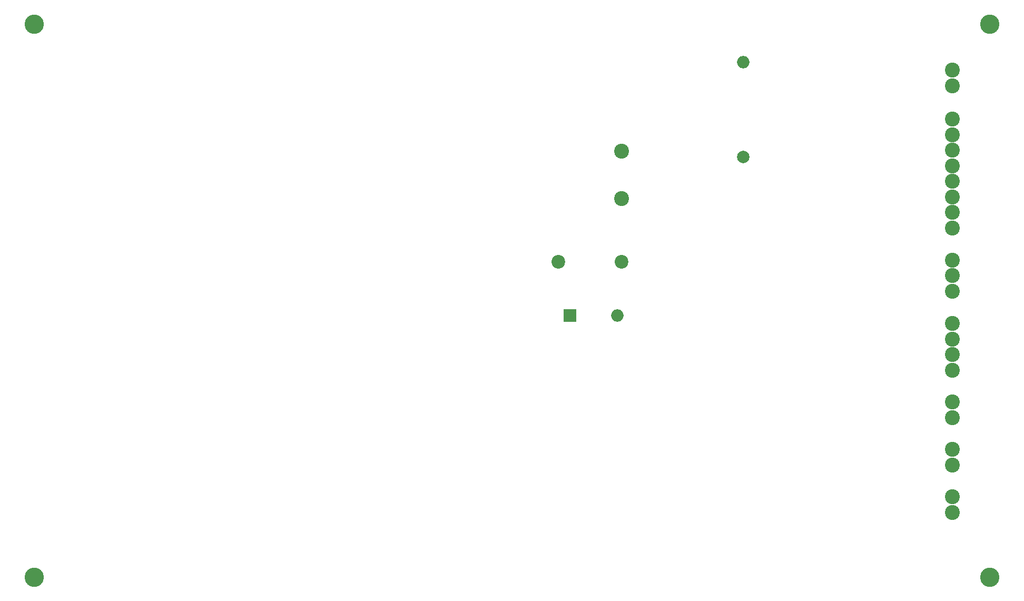
<source format=gts>
G04 #@! TF.GenerationSoftware,KiCad,Pcbnew,(5.1.5)-3*
G04 #@! TF.CreationDate,2020-04-06T18:20:06+01:00*
G04 #@! TF.ProjectId,SafeBoard,53616665-426f-4617-9264-2e6b69636164,rev?*
G04 #@! TF.SameCoordinates,Original*
G04 #@! TF.FileFunction,Soldermask,Top*
G04 #@! TF.FilePolarity,Negative*
%FSLAX46Y46*%
G04 Gerber Fmt 4.6, Leading zero omitted, Abs format (unit mm)*
G04 Created by KiCad (PCBNEW (5.1.5)-3) date 2020-04-06 18:20:06*
%MOMM*%
%LPD*%
G04 APERTURE LIST*
%ADD10C,3.100000*%
%ADD11R,2.000000X2.000000*%
%ADD12O,2.000000X2.000000*%
%ADD13C,2.400000*%
%ADD14C,2.000000*%
%ADD15C,2.200000*%
G04 APERTURE END LIST*
D10*
X58600000Y-139450000D03*
X58600000Y-50550000D03*
X212240000Y-139450000D03*
X212240000Y-50550000D03*
D11*
X144742000Y-97432000D03*
D12*
X152362000Y-97432000D03*
D13*
X206210000Y-60475000D03*
X206210000Y-57975000D03*
X206210000Y-83335000D03*
X206210000Y-80835000D03*
X206210000Y-78335000D03*
X206210000Y-75835000D03*
X206210000Y-73335000D03*
X206210000Y-68335000D03*
X206210000Y-65835000D03*
X206210000Y-70835000D03*
X206210000Y-93495000D03*
X206210000Y-90995000D03*
X206210000Y-88495000D03*
X206210000Y-106195000D03*
X206210000Y-103695000D03*
X206210000Y-101195000D03*
X206210000Y-98695000D03*
X206210000Y-111315000D03*
X206210000Y-113815000D03*
X206210000Y-121435000D03*
X206210000Y-118935000D03*
X206210000Y-126555000D03*
X206210000Y-129055000D03*
D14*
X172555000Y-71905000D03*
D12*
X172555000Y-56665000D03*
D15*
X142837000Y-88796000D03*
X152997000Y-88796000D03*
D13*
X152997000Y-78636000D03*
X152997000Y-71016000D03*
M02*

</source>
